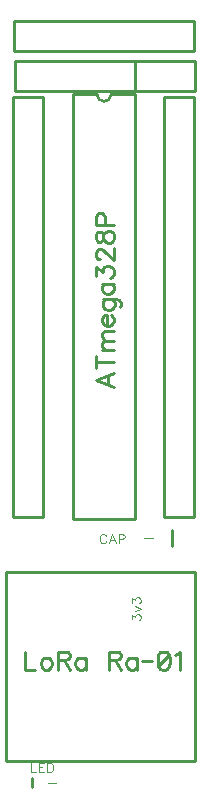
<source format=gbr>
G04 DipTrace 3.0.0.2*
G04 TopSilk.gbr*
%MOIN*%
G04 #@! TF.FileFunction,Legend,Top*
G04 #@! TF.Part,Single*
%ADD10C,0.009843*%
%ADD16C,0.003937*%
%ADD48C,0.004632*%
%ADD49C,0.009264*%
%FSLAX26Y26*%
G04*
G70*
G90*
G75*
G01*
G04 TopSilk*
%LPD*%
X615652Y2732795D2*
D10*
Y1315472D1*
X820380Y2732795D2*
Y1315472D1*
X615652D2*
X820380D1*
X615652Y2732795D2*
X694385D1*
X820380D2*
X741647D1*
X694385D2*
G03X741647Y2732795I23631J103D01*
G01*
X1019016Y2978134D2*
X419016D1*
X1019016Y2878134D2*
X419016D1*
X1019016Y2978134D2*
Y2878134D1*
X419016Y2978134D2*
Y2878134D1*
X1019016Y2724134D2*
X919016D1*
X1019016Y1324134D2*
Y2724134D1*
Y1324134D2*
X919016D1*
Y1399734D1*
Y2724134D1*
X414016Y1324134D2*
X514016D1*
X414016Y2724134D2*
Y1324134D1*
Y2724134D2*
X514016D1*
Y2648534D1*
Y1324134D1*
X420016Y2845134D2*
Y2745134D1*
X820016Y2845134D2*
X420016D1*
X820016Y2745134D2*
X420016D1*
X820016Y2845134D2*
Y2745134D1*
X821016Y2845118D2*
Y2745118D1*
X1021016Y2845118D2*
X821016D1*
X1021016D2*
Y2745118D1*
X821016D1*
X477551Y422638D2*
Y454134D1*
X392205Y510098D2*
X1022126D1*
Y1140091D1*
X392205D1*
Y510098D1*
X945375Y1278705D2*
Y1227563D1*
X530016Y437134D2*
D16*
X559016D1*
X851016Y1253134D2*
X880016D1*
X810628Y982457D2*
D48*
Y998209D1*
X822102Y989620D1*
Y993931D1*
X823528Y996783D1*
X824954Y998209D1*
X829265Y999668D1*
X832117D1*
X836428Y998209D1*
X839313Y995357D1*
X840739Y991046D1*
Y986735D1*
X839313Y982457D1*
X837854Y981031D1*
X835002Y979572D1*
X820643Y1008931D2*
X840739Y1017553D1*
X820643Y1026142D1*
X810628Y1038291D2*
Y1054043D1*
X822102Y1045454D1*
Y1049765D1*
X823528Y1052617D1*
X824954Y1054043D1*
X829265Y1055502D1*
X832117D1*
X836428Y1054043D1*
X839313Y1051191D1*
X840739Y1046880D1*
Y1042569D1*
X839313Y1038291D1*
X837854Y1036865D1*
X835002Y1035406D1*
X454501Y874967D2*
D49*
Y814679D1*
X488922D1*
X521775Y854871D2*
X516072Y852019D1*
X510301Y846249D1*
X507450Y837627D1*
Y831923D1*
X510301Y823301D1*
X516072Y817597D1*
X521775Y814679D1*
X530397D1*
X536168Y817597D1*
X541871Y823301D1*
X544790Y831923D1*
Y837627D1*
X541871Y846249D1*
X536168Y852019D1*
X530397Y854871D1*
X521775D1*
X563317Y846249D2*
X589117D1*
X597739Y849167D1*
X600657Y852019D1*
X603509Y857723D1*
Y863493D1*
X600657Y869197D1*
X597739Y872115D1*
X589117Y874967D1*
X563317D1*
Y814679D1*
X583413Y846249D2*
X603509Y814679D1*
X656458Y854871D2*
Y814679D1*
Y846249D2*
X650754Y852019D1*
X644984Y854871D1*
X636428D1*
X630658Y852019D1*
X624954Y846249D1*
X622036Y837627D1*
Y831923D1*
X624954Y823301D1*
X630658Y817597D1*
X636428Y814679D1*
X644984D1*
X650754Y817597D1*
X656458Y823301D1*
X733306Y846249D2*
X759106D1*
X767728Y849167D1*
X770646Y852019D1*
X773498Y857723D1*
Y863493D1*
X770646Y869197D1*
X767728Y872115D1*
X759106Y874967D1*
X733306D1*
Y814679D1*
X753402Y846249D2*
X773498Y814679D1*
X826447Y854871D2*
Y814679D1*
Y846249D2*
X820743Y852019D1*
X814973Y854871D1*
X806417D1*
X800647Y852019D1*
X794943Y846249D1*
X792025Y837627D1*
Y831923D1*
X794943Y823301D1*
X800647Y817597D1*
X806417Y814679D1*
X814973D1*
X820743Y817597D1*
X826447Y823301D1*
X844974Y844790D2*
X878136D1*
X913907Y874901D2*
X905285Y872049D1*
X899515Y863427D1*
X896663Y849101D1*
Y840479D1*
X899515Y826153D1*
X905285Y817531D1*
X913907Y814679D1*
X919611D1*
X928233Y817531D1*
X933937Y826153D1*
X936855Y840479D1*
Y849101D1*
X933937Y863427D1*
X928233Y872049D1*
X919611Y874901D1*
X913907D1*
X933937Y863427D2*
X899515Y826153D1*
X955382Y863427D2*
X961152Y866345D1*
X969774Y874901D1*
Y814679D1*
X473510Y503417D2*
D48*
Y473273D1*
X490721D1*
X518621Y503417D2*
X499985D1*
Y473273D1*
X518621D1*
X499985Y489058D2*
X511459D1*
X527885Y503417D2*
Y473273D1*
X537933D1*
X542244Y474732D1*
X545129Y477584D1*
X546555Y480469D1*
X547981Y484747D1*
Y491943D1*
X546555Y496254D1*
X545129Y499106D1*
X542244Y501991D1*
X537933Y503417D1*
X527885D1*
X750666Y1802534D2*
D49*
X690378Y1779519D1*
X750666Y1756572D1*
X730570Y1765194D2*
Y1793912D1*
X690378Y1841157D2*
X750666D1*
X690378Y1821061D2*
Y1861253D1*
X710474Y1879780D2*
X750666D1*
X721948D2*
X713326Y1888402D1*
X710474Y1894172D1*
Y1902728D1*
X713326Y1908498D1*
X721948Y1911350D1*
X750666D1*
X721948D2*
X713326Y1919972D1*
X710474Y1925742D1*
Y1934298D1*
X713326Y1940068D1*
X721948Y1942986D1*
X750666D1*
X727718Y1961513D2*
Y1995935D1*
X721948D1*
X716178Y1993083D1*
X713326Y1990231D1*
X710474Y1984461D1*
Y1975839D1*
X713326Y1970135D1*
X719096Y1964365D1*
X727718Y1961513D1*
X733422D1*
X742044Y1964365D1*
X747748Y1970135D1*
X750666Y1975839D1*
Y1984461D1*
X747748Y1990231D1*
X742044Y1995935D1*
X713326Y2048884D2*
X759288D1*
X767844Y2046032D1*
X770762Y2043180D1*
X773614Y2037410D1*
Y2028788D1*
X770762Y2023084D1*
X721948Y2048884D2*
X716244Y2043180D1*
X713326Y2037410D1*
Y2028788D1*
X716244Y2023084D1*
X721948Y2017314D1*
X730570Y2014462D1*
X736340D1*
X744896Y2017314D1*
X750666Y2023084D1*
X753518Y2028788D1*
Y2037410D1*
X750666Y2043180D1*
X744896Y2048884D1*
X710474Y2101833D2*
X750666D1*
X719096D2*
X713326Y2096129D1*
X710474Y2090359D1*
Y2081803D1*
X713326Y2076033D1*
X719096Y2070329D1*
X727718Y2067411D1*
X733422D1*
X742044Y2070329D1*
X747748Y2076033D1*
X750666Y2081803D1*
Y2090359D1*
X747748Y2096129D1*
X742044Y2101833D1*
X690444Y2126130D2*
Y2157634D1*
X713392Y2140456D1*
Y2149078D1*
X716244Y2154782D1*
X719096Y2157634D1*
X727718Y2160552D1*
X733422D1*
X742044Y2157634D1*
X747814Y2151930D1*
X750666Y2143308D1*
Y2134686D1*
X747814Y2126130D1*
X744896Y2123278D1*
X739192Y2120360D1*
X704770Y2181997D2*
X701918D1*
X696148Y2184849D1*
X693296Y2187701D1*
X690444Y2193471D1*
Y2204945D1*
X693296Y2210649D1*
X696148Y2213501D1*
X701918Y2216419D1*
X707622D1*
X713392Y2213501D1*
X721948Y2207797D1*
X750666Y2179079D1*
Y2219271D1*
X690444Y2252124D2*
X693296Y2243568D1*
X699000Y2240650D1*
X704770D1*
X710474Y2243568D1*
X713392Y2249272D1*
X716244Y2260746D1*
X719096Y2269368D1*
X724866Y2275072D1*
X730570Y2277924D1*
X739192D1*
X744896Y2275072D1*
X747814Y2272220D1*
X750666Y2263598D1*
Y2252124D1*
X747814Y2243568D1*
X744896Y2240650D1*
X739192Y2237798D1*
X730570D1*
X724866Y2240650D1*
X719096Y2246420D1*
X716244Y2254976D1*
X713392Y2266450D1*
X710474Y2272220D1*
X704770Y2275072D1*
X699000D1*
X693296Y2272220D1*
X690444Y2263598D1*
Y2252124D1*
X721948Y2296451D2*
Y2322317D1*
X719096Y2330873D1*
X716178Y2333791D1*
X710474Y2336643D1*
X701852D1*
X696148Y2333791D1*
X693230Y2330873D1*
X690378Y2322317D1*
Y2296451D1*
X750666D1*
X725031Y1259253D2*
D48*
X723605Y1262105D1*
X720720Y1264990D1*
X717868Y1266416D1*
X712132D1*
X709246Y1264990D1*
X706395Y1262105D1*
X704935Y1259253D1*
X703509Y1254942D1*
Y1247746D1*
X704935Y1243468D1*
X706395Y1240583D1*
X709246Y1237731D1*
X712132Y1236272D1*
X717868D1*
X720720Y1237731D1*
X723605Y1240583D1*
X725031Y1243468D1*
X757276Y1236272D2*
X745769Y1266416D1*
X734295Y1236272D1*
X738606Y1246320D2*
X752965D1*
X766540Y1250631D2*
X779473D1*
X783751Y1252057D1*
X785210Y1253516D1*
X786636Y1256368D1*
Y1260679D1*
X785210Y1263531D1*
X783751Y1264990D1*
X779473Y1266416D1*
X766540D1*
Y1236272D1*
M02*

</source>
